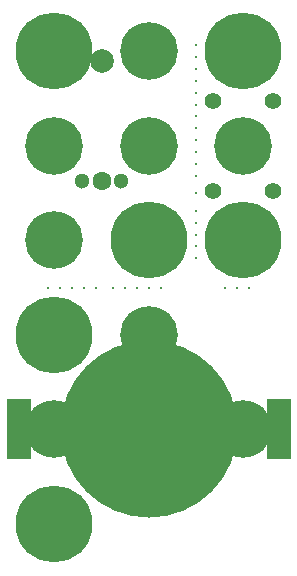
<source format=gts>
G04 #@! TF.FileFunction,Soldermask,Top*
%FSLAX46Y46*%
G04 Gerber Fmt 4.6, Leading zero omitted, Abs format (unit mm)*
G04 Created by KiCad (PCBNEW (2015-08-15 BZR 6092)-product) date 2/28/2016 9:25:34 PM*
%MOMM*%
G01*
G04 APERTURE LIST*
%ADD10C,0.100000*%
%ADD11C,0.330200*%
%ADD12C,1.300000*%
%ADD13C,1.600000*%
%ADD14C,2.000000*%
%ADD15C,4.876800*%
%ADD16C,6.500000*%
%ADD17C,15.000000*%
%ADD18R,2.000000X5.080000*%
%ADD19C,1.397000*%
G04 APERTURE END LIST*
D10*
D11*
X160000000Y-68516000D03*
X160000000Y-66484000D03*
X160000000Y-67500000D03*
X160000000Y-79516000D03*
X160000000Y-77484000D03*
X160000000Y-78500000D03*
D12*
X153650000Y-75000000D03*
D13*
X152000000Y-75000000D03*
D12*
X150350000Y-75000000D03*
D14*
X152000000Y-64800000D03*
D15*
X148000000Y-80000000D03*
X156000000Y-64000000D03*
D11*
X160000000Y-80484000D03*
X160000000Y-81500000D03*
X160000000Y-74516000D03*
X160000000Y-72484000D03*
X160000000Y-73500000D03*
X160000000Y-71516000D03*
X160000000Y-69484000D03*
X160000000Y-70500000D03*
X160000000Y-65516000D03*
X160000000Y-63484000D03*
X160000000Y-64500000D03*
X148516000Y-84000000D03*
X147500000Y-84000000D03*
X149484000Y-84000000D03*
X151516000Y-84000000D03*
X150500000Y-84000000D03*
X152984000Y-84000000D03*
X155016000Y-84000000D03*
X154000000Y-84000000D03*
D15*
X148000000Y-72000000D03*
X164000000Y-72000000D03*
X156000000Y-72000000D03*
X148000000Y-96000000D03*
X164000000Y-96000000D03*
D16*
X164000000Y-64000000D03*
X148000000Y-64000000D03*
X164000000Y-80000000D03*
X156000000Y-80000000D03*
D15*
X156000000Y-88000000D03*
X156000000Y-96000000D03*
D16*
X148000000Y-88000000D03*
X148000000Y-104000000D03*
D17*
X156000000Y-96000000D03*
D18*
X145000000Y-96000000D03*
X167000000Y-96000000D03*
D19*
X166540000Y-75810000D03*
X161460000Y-75810000D03*
X166540000Y-68190000D03*
X161460000Y-68190000D03*
D11*
X160000000Y-76000000D03*
X157016000Y-84000000D03*
X156000000Y-84000000D03*
X162484000Y-84000000D03*
X164516000Y-84000000D03*
X163500000Y-84000000D03*
M02*

</source>
